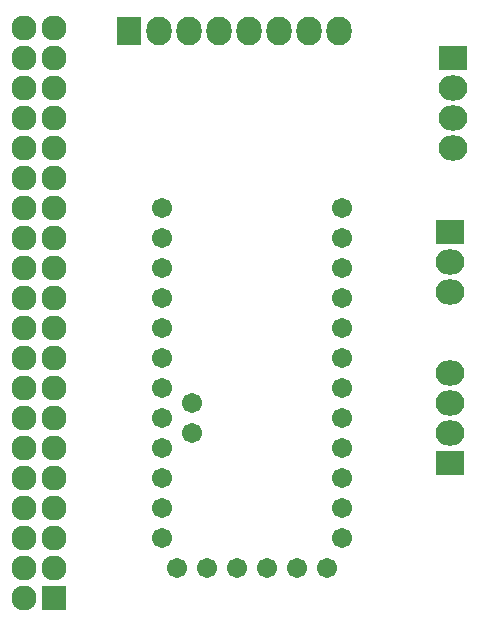
<source format=gbr>
G04 #@! TF.FileFunction,Soldermask,Top*
%FSLAX46Y46*%
G04 Gerber Fmt 4.6, Leading zero omitted, Abs format (unit mm)*
G04 Created by KiCad (PCBNEW 4.0.2-2.fc24-product) date Thu 11 Aug 2016 11:34:58 NZST*
%MOMM*%
G01*
G04 APERTURE LIST*
%ADD10C,0.100000*%
%ADD11R,2.432000X2.127200*%
%ADD12O,2.432000X2.127200*%
%ADD13R,2.127200X2.127200*%
%ADD14O,2.127200X2.127200*%
%ADD15R,2.127200X2.432000*%
%ADD16O,2.127200X2.432000*%
%ADD17C,1.705560*%
G04 APERTURE END LIST*
D10*
D11*
X133096000Y-97028000D03*
D12*
X133096000Y-99568000D03*
X133096000Y-102108000D03*
D11*
X133096000Y-116586000D03*
D12*
X133096000Y-114046000D03*
X133096000Y-111506000D03*
X133096000Y-108966000D03*
D11*
X133350000Y-82296000D03*
D12*
X133350000Y-84836000D03*
X133350000Y-87376000D03*
X133350000Y-89916000D03*
D13*
X99568000Y-128016000D03*
D14*
X97028000Y-128016000D03*
X99568000Y-125476000D03*
X97028000Y-125476000D03*
X99568000Y-122936000D03*
X97028000Y-122936000D03*
X99568000Y-120396000D03*
X97028000Y-120396000D03*
X99568000Y-117856000D03*
X97028000Y-117856000D03*
X99568000Y-115316000D03*
X97028000Y-115316000D03*
X99568000Y-112776000D03*
X97028000Y-112776000D03*
X99568000Y-110236000D03*
X97028000Y-110236000D03*
X99568000Y-107696000D03*
X97028000Y-107696000D03*
X99568000Y-105156000D03*
X97028000Y-105156000D03*
X99568000Y-102616000D03*
X97028000Y-102616000D03*
X99568000Y-100076000D03*
X97028000Y-100076000D03*
X99568000Y-97536000D03*
X97028000Y-97536000D03*
X99568000Y-94996000D03*
X97028000Y-94996000D03*
X99568000Y-92456000D03*
X97028000Y-92456000D03*
X99568000Y-89916000D03*
X97028000Y-89916000D03*
X99568000Y-87376000D03*
X97028000Y-87376000D03*
X99568000Y-84836000D03*
X97028000Y-84836000D03*
X99568000Y-82296000D03*
X97028000Y-82296000D03*
X99568000Y-79756000D03*
X97028000Y-79756000D03*
D15*
X105918000Y-80010000D03*
D16*
X108458000Y-80010000D03*
X110998000Y-80010000D03*
X113538000Y-80010000D03*
X116078000Y-80010000D03*
X118618000Y-80010000D03*
X121158000Y-80010000D03*
X123698000Y-80010000D03*
D17*
X108712000Y-105156000D03*
X108712000Y-107696000D03*
X108712000Y-110236000D03*
X108712000Y-112776000D03*
X111252000Y-111506000D03*
X111252000Y-114046000D03*
X122682000Y-125476000D03*
X123952000Y-112776000D03*
X123952000Y-110236000D03*
X123952000Y-107696000D03*
X123952000Y-105156000D03*
X123952000Y-102616000D03*
X123952000Y-100076000D03*
X123952000Y-97536000D03*
X123952000Y-94996000D03*
X108712000Y-94996000D03*
X108712000Y-97536000D03*
X108712000Y-100076000D03*
X108712000Y-102616000D03*
X108712000Y-120396000D03*
X123952000Y-115316000D03*
X120142000Y-125476000D03*
X109982000Y-125476000D03*
X108712000Y-122936000D03*
X108712000Y-117856000D03*
X123952000Y-117856000D03*
X123952000Y-120396000D03*
X115062000Y-125476000D03*
X123952000Y-122936000D03*
X112522000Y-125476000D03*
X108712000Y-115316000D03*
X117602000Y-125476000D03*
M02*

</source>
